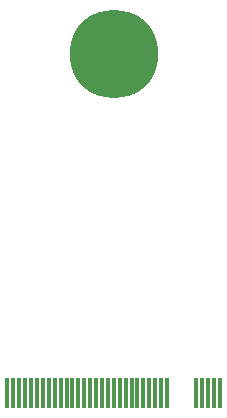
<source format=gbl>
G75*
%MOIN*%
%OFA0B0*%
%FSLAX25Y25*%
%IPPOS*%
%LPD*%
%AMOC8*
5,1,8,0,0,1.08239X$1,22.5*
%
%ADD10R,0.01378X0.09843*%
%ADD11C,0.29528*%
D10*
X0009348Y0006321D03*
X0011316Y0006321D03*
X0013285Y0006321D03*
X0015253Y0006321D03*
X0017222Y0006321D03*
X0019190Y0006321D03*
X0021159Y0006321D03*
X0023127Y0006321D03*
X0025096Y0006321D03*
X0027064Y0006321D03*
X0029033Y0006321D03*
X0031001Y0006321D03*
X0032970Y0006321D03*
X0034938Y0006321D03*
X0036907Y0006321D03*
X0038875Y0006321D03*
X0040844Y0006321D03*
X0042812Y0006321D03*
X0044781Y0006321D03*
X0046749Y0006321D03*
X0048718Y0006321D03*
X0050686Y0006321D03*
X0052655Y0006321D03*
X0054623Y0006321D03*
X0056592Y0006321D03*
X0058560Y0006321D03*
X0060529Y0006321D03*
X0062497Y0006321D03*
X0072340Y0006321D03*
X0074308Y0006321D03*
X0076277Y0006321D03*
X0078245Y0006321D03*
X0080214Y0006321D03*
D11*
X0044781Y0119510D03*
M02*

</source>
